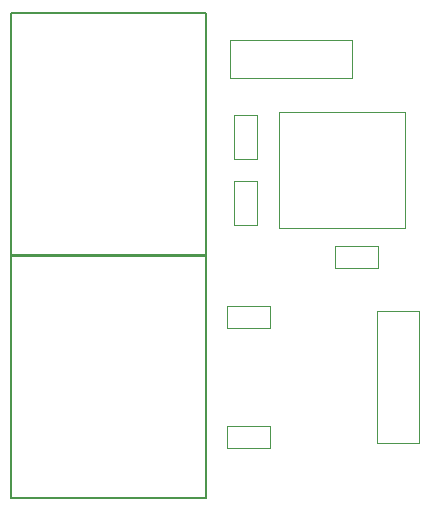
<source format=gbr>
G04 #@! TF.GenerationSoftware,KiCad,Pcbnew,5.1.5-52549c5~84~ubuntu18.04.1*
G04 #@! TF.CreationDate,2020-03-04T13:04:20-05:00*
G04 #@! TF.ProjectId,midi_io,6d696469-5f69-46f2-9e6b-696361645f70,1*
G04 #@! TF.SameCoordinates,Original*
G04 #@! TF.FileFunction,Other,User*
%FSLAX46Y46*%
G04 Gerber Fmt 4.6, Leading zero omitted, Abs format (unit mm)*
G04 Created by KiCad (PCBNEW 5.1.5-52549c5~84~ubuntu18.04.1) date 2020-03-04 13:04:20*
%MOMM*%
%LPD*%
G04 APERTURE LIST*
%ADD10C,0.127000*%
%ADD11C,0.050000*%
G04 APERTURE END LIST*
D10*
X131522000Y-120613000D02*
X131522000Y-100113000D01*
X148022000Y-120613000D02*
X131522000Y-120613000D01*
X148022000Y-100113000D02*
X148022000Y-120613000D01*
X131522000Y-100113000D02*
X148022000Y-100113000D01*
X131522000Y-100039000D02*
X131522000Y-79539000D01*
X148022000Y-100039000D02*
X131522000Y-100039000D01*
X148022000Y-79539000D02*
X148022000Y-100039000D01*
X131522000Y-79539000D02*
X148022000Y-79539000D01*
D11*
X162538000Y-115953000D02*
X162538000Y-104753000D01*
X166088000Y-115953000D02*
X162538000Y-115953000D01*
X166088000Y-104753000D02*
X166088000Y-115953000D01*
X162538000Y-104753000D02*
X166088000Y-104753000D01*
X150434000Y-97481000D02*
X150434000Y-93781000D01*
X152334000Y-97481000D02*
X150434000Y-97481000D01*
X152334000Y-93781000D02*
X152334000Y-97481000D01*
X150434000Y-93781000D02*
X152334000Y-93781000D01*
X150434000Y-91893000D02*
X150434000Y-88193000D01*
X152334000Y-91893000D02*
X150434000Y-91893000D01*
X152334000Y-88193000D02*
X152334000Y-91893000D01*
X150434000Y-88193000D02*
X152334000Y-88193000D01*
X158932000Y-99253000D02*
X162632000Y-99253000D01*
X158932000Y-101153000D02*
X158932000Y-99253000D01*
X162632000Y-101153000D02*
X158932000Y-101153000D01*
X162632000Y-99253000D02*
X162632000Y-101153000D01*
X149788000Y-104333000D02*
X153488000Y-104333000D01*
X149788000Y-106233000D02*
X149788000Y-104333000D01*
X153488000Y-106233000D02*
X149788000Y-106233000D01*
X153488000Y-104333000D02*
X153488000Y-106233000D01*
X149788000Y-114493000D02*
X153488000Y-114493000D01*
X149788000Y-116393000D02*
X149788000Y-114493000D01*
X153488000Y-116393000D02*
X149788000Y-116393000D01*
X153488000Y-114493000D02*
X153488000Y-116393000D01*
X150034000Y-85039000D02*
X160354000Y-85039000D01*
X150034000Y-81839000D02*
X150034000Y-85039000D01*
X160354000Y-81839000D02*
X150034000Y-81839000D01*
X160354000Y-85039000D02*
X160354000Y-81839000D01*
X164872000Y-97727000D02*
X164872000Y-87927000D01*
X154172000Y-97727000D02*
X164872000Y-97727000D01*
X154172000Y-87927000D02*
X154172000Y-97727000D01*
X164872000Y-87927000D02*
X154172000Y-87927000D01*
M02*

</source>
